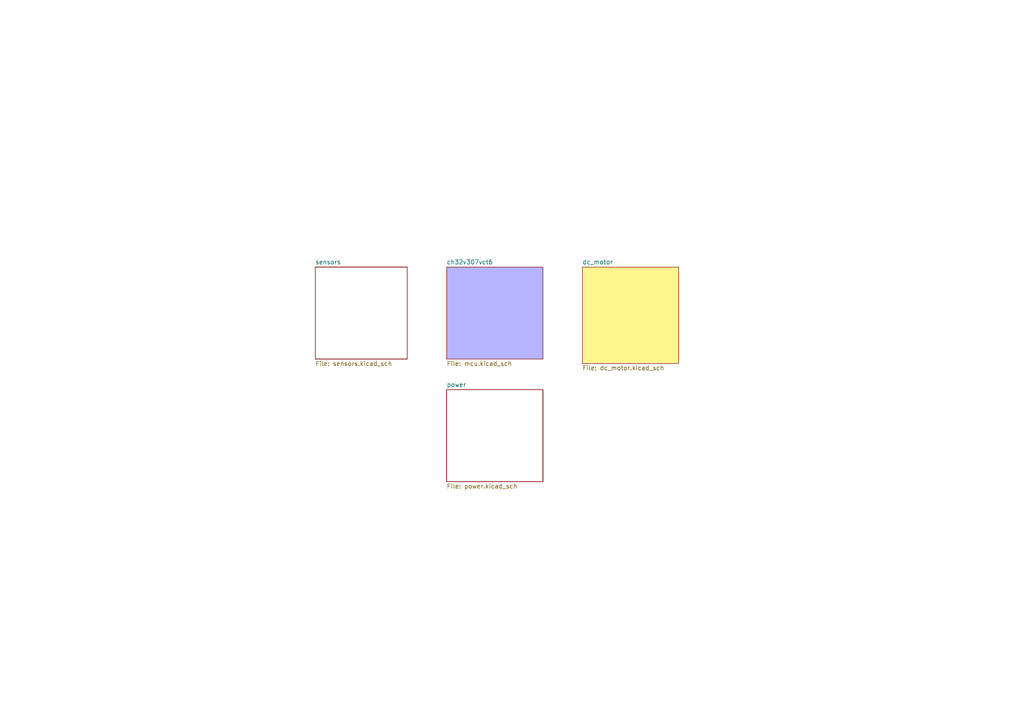
<source format=kicad_sch>
(kicad_sch (version 20230121) (generator eeschema)
  (paper "A4")
  (lib_symbols)
  (sheet (at 129.54 77.47) (size 27.94 26.67) (stroke (width 0.1524)) (fill (color 110 104 255 0.5000))
    (property "Sheetname" "ch32v307vct6" (at 129.54 76.7584 0) (effects (justify left bottom)))
    (property "Sheetfile" "mcu.kicad_sch" (at 129.54 104.7246 0) (effects (justify left top)))
  )
  (sheet (at 168.91 77.47) (size 27.94 27.94) (stroke (width 0.1524)) (fill (color 255 246 143 1.0000))
    (property "Sheetname" "dc_motor" (at 168.91 76.7584 0) (effects (justify left bottom)))
    (property "Sheetfile" "dc_motor.kicad_sch" (at 168.91 105.9946 0) (effects (justify left top)))
  )
  (sheet (at 91.44 77.47) (size 26.67 26.67) (stroke (width 0.1524))
    (property "Sheetname" "sensors" (at 91.44 76.7584 0) (effects (justify left bottom)))
    (property "Sheetfile" "sensors.kicad_sch" (at 91.44 104.7246 0) (effects (justify left top)))
  )
  (sheet (at 129.54 113.03) (size 27.94 26.67) (stroke (width 0.1524))
    (property "Sheetname" "power" (at 129.54 112.3184 0) (effects (justify left bottom)))
    (property "Sheetfile" "power.kicad_sch" (at 129.54 140.2846 0) (effects (justify left top)))
  )
)
</source>
